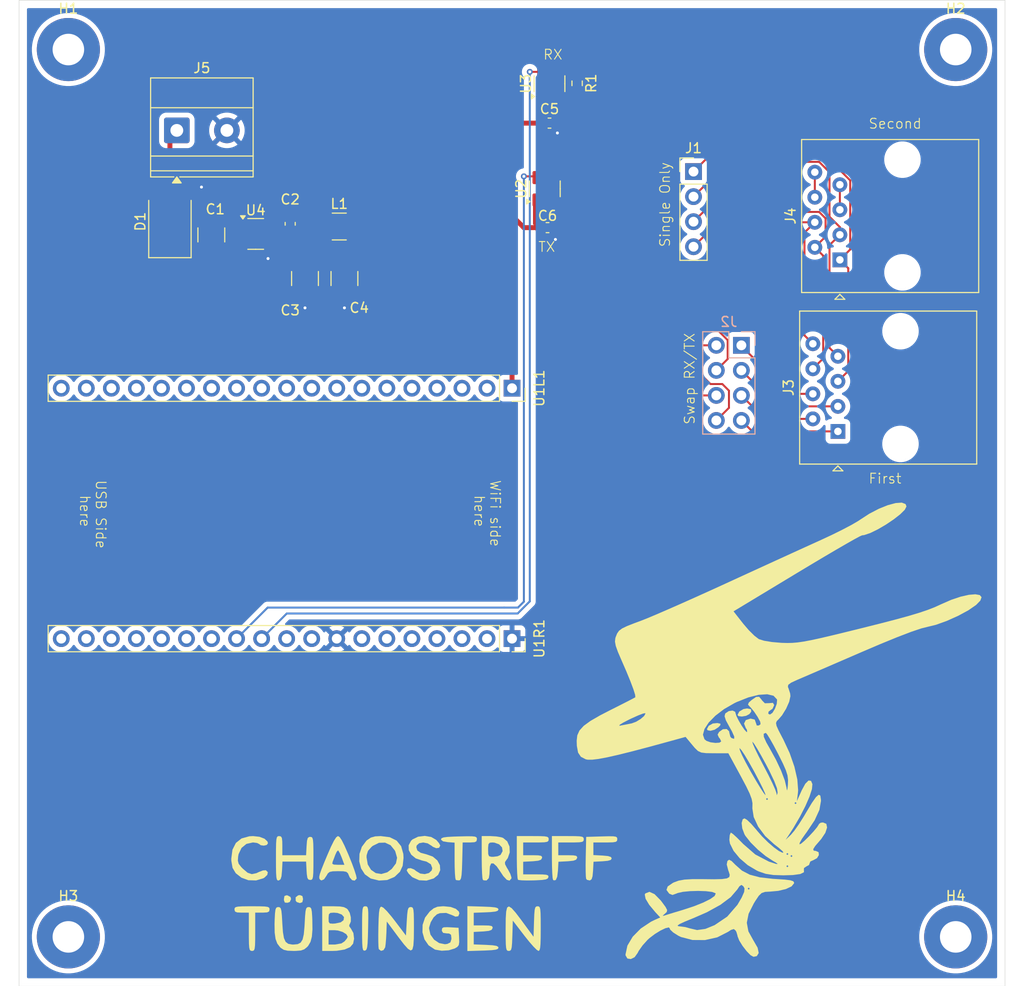
<source format=kicad_pcb>
(kicad_pcb
	(version 20241229)
	(generator "pcbnew")
	(generator_version "9.0")
	(general
		(thickness 1.6)
		(legacy_teardrops no)
	)
	(paper "A4")
	(title_block
		(title "Mikrocontroller LVDS Platine")
		(date "2025-10-20")
		(rev "1")
		(company "Chaostreff Tuebingen e.V.")
	)
	(layers
		(0 "F.Cu" signal)
		(2 "B.Cu" signal)
		(9 "F.Adhes" user "F.Adhesive")
		(11 "B.Adhes" user "B.Adhesive")
		(13 "F.Paste" user)
		(15 "B.Paste" user)
		(5 "F.SilkS" user "F.Silkscreen")
		(7 "B.SilkS" user "B.Silkscreen")
		(1 "F.Mask" user)
		(3 "B.Mask" user)
		(17 "Dwgs.User" user "User.Drawings")
		(19 "Cmts.User" user "User.Comments")
		(21 "Eco1.User" user "User.Eco1")
		(23 "Eco2.User" user "User.Eco2")
		(25 "Edge.Cuts" user)
		(27 "Margin" user)
		(31 "F.CrtYd" user "F.Courtyard")
		(29 "B.CrtYd" user "B.Courtyard")
		(35 "F.Fab" user)
		(33 "B.Fab" user)
		(39 "User.1" user)
		(41 "User.2" user)
		(43 "User.3" user)
		(45 "User.4" user)
	)
	(setup
		(stackup
			(layer "F.SilkS"
				(type "Top Silk Screen")
			)
			(layer "F.Paste"
				(type "Top Solder Paste")
			)
			(layer "F.Mask"
				(type "Top Solder Mask")
				(thickness 0.01)
			)
			(layer "F.Cu"
				(type "copper")
				(thickness 0.035)
			)
			(layer "dielectric 1"
				(type "core")
				(thickness 1.51)
				(material "FR4")
				(epsilon_r 4.5)
				(loss_tangent 0.02)
			)
			(layer "B.Cu"
				(type "copper")
				(thickness 0.035)
			)
			(layer "B.Mask"
				(type "Bottom Solder Mask")
				(thickness 0.01)
			)
			(layer "B.Paste"
				(type "Bottom Solder Paste")
			)
			(layer "B.SilkS"
				(type "Bottom Silk Screen")
			)
			(copper_finish "None")
			(dielectric_constraints no)
		)
		(pad_to_mask_clearance 0)
		(allow_soldermask_bridges_in_footprints no)
		(tenting front back)
		(pcbplotparams
			(layerselection 0x00000000_00000000_55555555_5755f5ff)
			(plot_on_all_layers_selection 0x00000000_00000000_00000000_00000000)
			(disableapertmacros no)
			(usegerberextensions no)
			(usegerberattributes yes)
			(usegerberadvancedattributes yes)
			(creategerberjobfile yes)
			(dashed_line_dash_ratio 12.000000)
			(dashed_line_gap_ratio 3.000000)
			(svgprecision 4)
			(plotframeref no)
			(mode 1)
			(useauxorigin no)
			(hpglpennumber 1)
			(hpglpenspeed 20)
			(hpglpendiameter 15.000000)
			(pdf_front_fp_property_popups yes)
			(pdf_back_fp_property_popups yes)
			(pdf_metadata yes)
			(pdf_single_document no)
			(dxfpolygonmode yes)
			(dxfimperialunits yes)
			(dxfusepcbnewfont yes)
			(psnegative no)
			(psa4output no)
			(plot_black_and_white yes)
			(sketchpadsonfab no)
			(plotpadnumbers no)
			(hidednponfab no)
			(sketchdnponfab yes)
			(crossoutdnponfab yes)
			(subtractmaskfromsilk no)
			(outputformat 1)
			(mirror no)
			(drillshape 1)
			(scaleselection 1)
			(outputdirectory "")
		)
	)
	(net 0 "")
	(net 1 "GND")
	(net 2 "+12V")
	(net 3 "Net-(U4-SW)")
	(net 4 "+3.3V")
	(net 5 "Net-(J1-Pin_3)")
	(net 6 "Net-(J1-Pin_4)")
	(net 7 "Net-(J1-Pin_2)")
	(net 8 "Net-(J1-Pin_1)")
	(net 9 "unconnected-(U1L1-Pin_9-Pad9)")
	(net 10 "unconnected-(U1L1-Pin_4-Pad4)")
	(net 11 "unconnected-(U1L1-Pin_3-Pad3)")
	(net 12 "unconnected-(U1L1-Pin_19-Pad19)")
	(net 13 "unconnected-(U1L1-Pin_13-Pad13)")
	(net 14 "unconnected-(U1L1-Pin_6-Pad6)")
	(net 15 "unconnected-(U1L1-Pin_11-Pad11)")
	(net 16 "unconnected-(U1L1-Pin_15-Pad15)")
	(net 17 "unconnected-(U1L1-Pin_5-Pad5)")
	(net 18 "unconnected-(U1L1-Pin_7-Pad7)")
	(net 19 "unconnected-(U1L1-Pin_10-Pad10)")
	(net 20 "unconnected-(U1L1-Pin_12-Pad12)")
	(net 21 "unconnected-(U1L1-Pin_17-Pad17)")
	(net 22 "unconnected-(U1L1-Pin_18-Pad18)")
	(net 23 "unconnected-(U1L1-Pin_16-Pad16)")
	(net 24 "unconnected-(U1L1-Pin_8-Pad8)")
	(net 25 "unconnected-(U1L1-Pin_14-Pad14)")
	(net 26 "unconnected-(U1L1-Pin_2-Pad2)")
	(net 27 "unconnected-(U1R1-Pin_18-Pad18)")
	(net 28 "unconnected-(U1R1-Pin_13-Pad13)")
	(net 29 "unconnected-(U1R1-Pin_5-Pad5)")
	(net 30 "/UART_RX")
	(net 31 "unconnected-(U1R1-Pin_15-Pad15)")
	(net 32 "/UART_TX")
	(net 33 "unconnected-(U1R1-Pin_9-Pad9)")
	(net 34 "unconnected-(U1R1-Pin_6-Pad6)")
	(net 35 "unconnected-(U1R1-Pin_16-Pad16)")
	(net 36 "unconnected-(U1R1-Pin_19-Pad19)")
	(net 37 "unconnected-(U1R1-Pin_7-Pad7)")
	(net 38 "unconnected-(U1R1-Pin_14-Pad14)")
	(net 39 "unconnected-(U1R1-Pin_3-Pad3)")
	(net 40 "unconnected-(U1R1-Pin_17-Pad17)")
	(net 41 "unconnected-(U1R1-Pin_4-Pad4)")
	(net 42 "unconnected-(U1R1-Pin_2-Pad2)")
	(net 43 "unconnected-(U1R1-Pin_10-Pad10)")
	(net 44 "Net-(U4-BST)")
	(net 45 "Net-(J4-Pad5)")
	(net 46 "Net-(J4-Pad6)")
	(net 47 "+12V_EXT")
	(net 48 "Net-(J2-Pin_6)")
	(net 49 "Net-(J2-Pin_3)")
	(net 50 "Net-(J2-Pin_7)")
	(net 51 "Net-(J2-Pin_1)")
	(net 52 "Net-(J2-Pin_5)")
	(net 53 "Net-(J2-Pin_4)")
	(net 54 "Net-(J2-Pin_2)")
	(net 55 "Net-(J2-Pin_8)")
	(net 56 "unconnected-(H1-Pad1)")
	(net 57 "unconnected-(H2-Pad1)")
	(net 58 "unconnected-(H3-Pad1)")
	(net 59 "unconnected-(H4-Pad1)")
	(footprint "Capacitor_SMD:C_1210_3225Metric" (layer "F.Cu") (at 57.875 41.35))
	(footprint "Capacitor_SMD:C_0603_1608Metric" (layer "F.Cu") (at 79 41.4625))
	(footprint "Package_TO_SOT_SMD:SOT-23-5" (layer "F.Cu") (at 78.725 37.525 90))
	(footprint "Connector_PinSocket_2.54mm:PinSocket_1x19_P2.54mm_Vertical" (layer "F.Cu") (at 75.4 83.15 -90))
	(footprint "Capacitor_SMD:C_0603_1608Metric" (layer "F.Cu") (at 52.9 41.075 90))
	(footprint "TerminalBlock_Phoenix:TerminalBlock_Phoenix_MKDS-1,5-2-5.08_1x02_P5.08mm_Horizontal" (layer "F.Cu") (at 41.4 31.6))
	(footprint "Resistor_SMD:R_0603_1608Metric" (layer "F.Cu") (at 82 26.825 -90))
	(footprint "Connector_PinSocket_2.54mm:PinSocket_1x19_P2.54mm_Vertical" (layer "F.Cu") (at 75.4 57.75 -90))
	(footprint "Capacitor_SMD:C_0603_1608Metric" (layer "F.Cu") (at 79.2 30.8625))
	(footprint "MountingHole:MountingHole_3.2mm_M3_Pad" (layer "F.Cu") (at 30.4 113.4))
	(footprint "Diode_SMD:D_SMB" (layer "F.Cu") (at 40.7 40.85 90))
	(footprint "MountingHole:MountingHole_3.2mm_M3_Pad" (layer "F.Cu") (at 30.4 23.4))
	(footprint "Connector_RJ:RJ45_Amphenol_54602-x08_Horizontal" (layer "F.Cu") (at 108.45 62.13 90))
	(footprint "Package_TO_SOT_SMD:SOT-23-5" (layer "F.Cu") (at 79.2 26.8625 90))
	(footprint "MountingHole:MountingHole_3.2mm_M3_Pad" (layer "F.Cu") (at 120.4 113.4))
	(footprint "MountingHole:MountingHole_3.2mm_M3_Pad" (layer "F.Cu") (at 120.4 23.4))
	(footprint "Package_TO_SOT_SMD:TSOT-23-6" (layer "F.Cu") (at 49.4 42.1))
	(footprint "Capacitor_SMD:C_1210_3225Metric" (layer "F.Cu") (at 44.9 42.2 90))
	(footprint "Library:Logo_Chaostreff" (layer "F.Cu") (at 102.5 92.5))
	(footprint "Capacitor_SMD:C_1210_3225Metric" (layer "F.Cu") (at 54.4 46.625 -90))
	(footprint "Connector_PinHeader_2.54mm:PinHeader_1x04_P2.54mm_Vertical" (layer "F.Cu") (at 93.80683 35.78))
	(footprint "Capacitor_SMD:C_1210_3225Metric" (layer "F.Cu") (at 58.4 46.625 -90))
	(footprint "Connector_RJ:RJ45_Amphenol_54602-x08_Horizontal" (layer "F.Cu") (at 108.65 44.73 90))
	(footprint "Library:Logo_Chaostreff_Text" (layer "F.Cu") (at 66.5 109))
	(footprint "Connector_PinHeader_2.54mm:PinHeader_2x04_P2.54mm_Vertical" (layer "B.Cu") (at 98.66 53.4 180))
	(gr_rect
		(start 25.4 18.4)
		(end 125.4 118.4)
		(stroke
			(width 0.05)
			(type default)
		)
		(fill no)
		(layer "Edge.Cuts")
		(uuid "52c311d7-b073-4a57-9915-0ffb06ac0ec5")
	)
	(gr_text "Swap RX/TX"
		(at 94 61.5 90)
		(layer "F.SilkS")
		(uuid "0db9d16b-9a01-46b6-a586-7dc3801acb40")
		(effects
			(font
				(size 1 1)
				(thickness 0.1)
			)
			(justify left bottom)
		)
	)
	(gr_text "Second"
		(at 111.5 31.5 0)
		(layer "F.SilkS")
		(uuid "2963b2e7-cd96-4ba7-93dc-c1d485abf5fb")
		(effects
			(font
				(size 1 1)
				(thickness 0.1)
			)
			(justify left bottom)
		)
	)
	(gr_text "Single Only"
		(at 91.5 43.5 90)
		(layer "F.SilkS")
		(uuid "6e738f8a-8802-469e-9ed0-b2befd9c57b7")
		(effects
			(font
				(size 1 1)
				(thickness 0.1)
			)
			(justify left bottom)
		)
	)
	(gr_text "USB Side\n  here"
		(at 31.5 67 270)
		(layer "F.SilkS")
		(uuid "9afd4081-f3ea-419b-b8e5-691d630adf02")
		(effects
			(font
				(size 1 1)
				(thickness 0.1)
			)
			(justify left bottom)
		)
	)
	(gr_text "RX"
		(at 78.5 24.5 0)
		(layer "F.SilkS")
		(uuid "eb1256bb-8556-4dbd-bb13-970ecabeb0ea")
		(effects
			(font
				(size 1 1)
				(thickness 0.1)
			)
			(justify left bottom)
		)
	)
	(gr_text "First"
		(at 111.5 67.5 0)
		(layer "F.SilkS")
		(uuid "ecf16674-8a93-4ad7-86c9-6e6da918b735")
		(effects
			(font
				(size 1 1)
				(thickness 0.1)
			)
			(justify left bottom)
		)
	)
	(gr_text "TX"
		(at 78 44 0)
		(layer "F.SilkS")
		(uuid "f1dfa0f7-0277-4b38-aece-0ef036afd068")
		(effects
			(font
				(size 1 1)
				(thickness 0.1)
			)
			(justify left bottom)
		)
	)
	(gr_text "WiFi side\n  here"
		(at 71.5 67 270)
		(layer "F.SilkS")
		(uuid "fcbe22b0-311d-4936-a3cd-5c5dfe4459fc")
		(effects
			(font
				(size 1 1)
				(thickness 0.1)
			)
			(justify left bottom)
		)
	)
	(segment
		(start 79.2 30.0875)
		(end 79.975 30.8625)
		(width 0.5)
		(layer "F.Cu")
		(net 1)
		(uuid "1226a2db-1ab6-408a-bb51-8499990a7cb9")
	)
	(segment
		(start 46.48 31.6)
		(end 43.9 34.18)
		(width 0.5)
		(layer "F.Cu")
		(net 1)
		(uuid "2fb59e96-35a1-45c6-b12d-314a38048a96")
	)
	(segment
		(start 50.5375 43.05)
		(end 50.5375 44.4875)
		(width 0.5)
		(layer "F.Cu")
		(net 1)
		(uuid "33d6844b-41a7-4de4-a3d5-80e226c6fa34")
	)
	(segment
		(start 50.5375 44.4875)
		(end 50.65 44.6)
		(width 0.5)
		(layer "F.Cu")
		(net 1)
		(uuid "612fac3e-83a0-4f6e-b4b2-b8cff0fdcb60")
	)
	(segment
		(start 43.9 37.35)
		(end 43.9 39.725)
		(width 0.5)
		(layer "F.Cu")
		(net 1)
		(uuid "648883c5-161e-4282-b517-23877d0cdc8e")
	)
	(segment
		(start 78.725 40.4125)
		(end 78.725 38.6625)
		(width 0.5)
		(layer "F.Cu")
		(net 1)
		(uuid "6fb770e2-09af-41c0-b9ef-ebe6ee1fb55d")
	)
	(segment
		(start 79.8 41.4875)
		(end 79.775 41.4625)
		(width 0.5)
		(layer "F.Cu")
		(net 1)
		(uuid "71e585fb-200c-423d-9c98-6e1c812b47d0")
	)
	(segment
		(start 80 30.8875)
		(end 79.975 30.8625)
		(width 0.5)
		(layer "F.Cu")
		(net 1)
		(uuid "841c4180-025e-4e0d-91c1-7aff8972a1ac")
	)
	(segment
		(start 58.4 48.1)
		(end 58.4 49.6)
		(width 0.5)
		(layer "F.Cu")
		(net 1)
		(uuid "89a8d98b-2be8-42a5-a60c-c5f1e57e3841")
	)
	(segment
		(start 80 31.8625)
		(end 80 30.8875)
		(width 0.5)
		(layer "F.Cu")
		(net 1)
		(uuid "993883ad-ea37-4318-af6b-35042bb6fd37")
	)
	(segment
		(start 79.775 41.4625)
		(end 78.725 40.4125)
		(width 0.5)
		(layer "F.Cu")
		(net 1)
		(uuid "9be192b9-cfeb-4dc9-a384-96f57865cc69")
	)
	(segment
		(start 43.9 34.18)
		(end 43.9 37.35)
		(width 0.5)
		(layer "F.Cu")
		(net 1)
		(uuid "b26e1b9d-b82a-4279-9e80-4f4b7fefc7b2")
	)
	(segment
		(start 54.4 48.1)
		(end 54.4 49.6)
		(width 0.5)
		(layer "F.Cu")
		(net 1)
		(uuid "c13de2c4-b90e-4dcf-a50f-0010952a1bac")
	)
	(segment
		(start 79.2 28)
		(end 79.2 30.0875)
		(width 0.5)
		(layer "F.Cu")
		(net 1)
		(uuid "c3323d65-11fa-47d0-926e-bdb770048113")
	)
	(segment
		(start 79.8 42.6625)
		(end 79.8 41.4875)
		(width 0.5)
		(layer "F.Cu")
		(net 1)
		(uuid "c4e6d91b-ac0a-4cb9-9434-f3a7263846b0")
	)
	(segment
		(start 43.9 39.725)
		(end 44.9 40.725)
		(width 0.5)
		(layer "F.Cu")
		(net 1)
		(uuid "e2099843-1008-497e-a699-93fa4c515b86")
	)
	(via
		(at 43.9 37.35)
		(size 0.6)
		(drill 0.3)
		(layers "F.Cu" "B.Cu")
		(net 1)
		(uuid "103d210f-68a3-438b-b6af-e4fded3a1197")
	)
	(via
		(at 79.8 42.6625)
		(size 0.6)
		(drill 0.3)
		(layers "F.Cu" "B.Cu")
		(free yes)
		(net 1)
		(uuid "69ceb8db-b475-499e-963c-8b2a51a9e4a2")
	)
	(via
		(at 80 31.8625)
		(size 0.6)
		(drill 0.3)
		(layers "F.Cu" "B.Cu")
		(free yes)
		(net 1)
		(uuid "7543e3be-1325-4d5f-b617-069c67c1c09d")
	)
	(via
		(at 50.65 44.6)
		(size 0.6)
		(drill 0.3)
		(layers "F.Cu" "B.Cu")
		(free yes)
		(net 1)
		(uuid "8284349d-e00c-4835-b906-241c4e63484e")
	)
	(via
		(at 54.4 49.6)
		(size 0.6)
		(drill 0.3)
		(layers "F.Cu" "B.Cu")
		(free yes)
		(net 1)
		(uuid "d806c2ad-7943-4e9c-a6a6-5f0808eb6890")
	)
	(via
		(at 58.4 49.6)
		(size 0.6)
		(drill 0.3)
		(layers "F.Cu" "B.Cu")
		(free yes)
		(net 1)
		(uuid "fad42152-3701-48f1-a4c7-22c3514d9b5d")
	)
	(segment
		(start 44.9 43.675)
		(end 47.6375 43.675)
		(width 0.5)
		(layer "F.Cu")
		(net 2)
		(uuid "2496b0ce-9495-442b-aa7e-e5a2fec47a58")
	)
	(segment
		(start 47.6375 43.675)
		(end 48.2625 43.05)
		(width 0.5)
		(layer "F.Cu")
		(net 2)
		(uuid "52a275b7-9ded-4783-ae16-00a141ccdd70")
	)
	(segment
		(start 44.9 43.675)
		(end 41.375 43.675)
		(width 0.5)
		(layer "F.Cu")
		(net 2)
		(uuid "a52d0320-37a0-4b81-a060-e164627983f5")
	)
	(segment
		(start 41.375 43.675)
		(end 40.7 43)
		(width 0.5)
		(layer "F.Cu")
		(net 2)
		(uuid "c6713f1b-86a5-49a2-9694-8dea92b63759")
	)
	(segment
		(start 48.2625 43.05)
		(end 48.2625 42.1)
		(width 0.5)
		(layer "F.Cu")
		(net 2)
		(uuid "f9d81d93-c8a2-4e79-9fc4-2410dc47c593")
	)
	(segment
		(start 50.5375 42.1)
		(end 52.65 42.1)
		(width 0.5)
		(layer "F.Cu")
		(net 3)
		(uuid "9446f4f4-ed85-4cc7-90dc-95c5e4128576")
	)
	(segment
		(start 55.9 41.85)
		(end 56.4 41.35)
		(width 0.5)
		(layer "F.Cu")
		(net 3)
		(uuid "ab42f9c5-3d65-4044-a07e-c04d608d8829")
	)
	(segment
		(start 52.9 41.85)
		(end 55.9 41.85)
		(width 0.5)
		(layer "F.Cu")
		(net 3)
		(uuid "b76acb7a-b19c-4f2c-b995-0675c899143a")
	)
	(segment
		(start 52.65 42.1)
		(end 52.9 41.85)
		(width 0.5)
		(layer "F.Cu")
		(net 3)
		(uuid "ff224666-0e71-4075-827f-c875d1a5afe0")
	)
	(segment
		(start 72.1875 39.6125)
		(end 73.8 38)
		(width 0.5)
		(layer "F.Cu")
		(net 4)
		(uuid "0c0f03b8-be61-4f66-ab01-c1d3ac93fece")
	)
	(segment
		(start 75.4 52.85)
		(end 75.4 57.75)
		(width 0.5)
		(layer "F.Cu")
		(net 4)
		(uuid "0ea7928c-07b6-4333-867e-56464c4034e1")
	)
	(segment
		(start 67.3 44.55)
		(end 75.5 52.75)
		(width 0.5)
		(layer "F.Cu")
		(net 4)
		(uuid "1086b8f3-3c1e-460f-8749-98de90377789")
	)
	(segment
		(start 59.4 44.15)
		(end 58.4 45.15)
		(width 0.5)
		(layer "F.Cu")
		(net 4)
		(uuid "1c0d745d-7ab1-4323-b346-e8820e7a42d4")
	)
	(segment
		(start 52.6 45.15)
		(end 54.4 45.15)
		(width 0.5)
		(layer "F.Cu")
		(net 4)
		(uuid "1f086bbe-c30a-4a38-8dc1-a34ea6e1a36b")
	)
	(segment
		(start 59.35 43.8)
		(end 59.35 41.35)
		(width 0.5)
		(layer "F.Cu")
		(net 4)
		(uuid "2ce57434-f56d-4310-a72a-1b532a4f8ebf")
	)
	(segment
		(start 51.65 46.1)
		(end 52.6 45.15)
		(width 0.5)
		(layer "F.Cu")
		(net 4)
		(uuid "2d04d2a9-8c5a-4eba-bdd9-27fdf7303a74")
	)
	(segment
		(start 59.4 43.85)
		(end 59.4 44.15)
		(width 0.5)
		(layer "F.Cu")
		(net 4)
		(uuid "3b5bd822-11c5-4802-970e-159f9eb70f50")
	)
	(segment
		(start 49.424 41.649001)
		(end 49.424 45.124)
		(width 0.5)
		(layer "F.Cu")
		(net 4)
		(uuid "3f4e40ac-94d4-4e31-a19a-f5dbed456b22")
	)
	(segment
		(start 62.25 44.55)
		(end 62.1 44.7)
		(width 0.5)
		(layer "F.Cu")
		(net 4)
		(uuid "416b4271-9322-467b-94da-03236fe917d7")
	)
	(segment
		(start 73.8 38)
		(end 73.8 31.8625)
		(width 0.5)
		(layer "F.Cu")
		(net 4)
		(uuid "5de07798-e26b-4c42-a694-7205ecd464e4")
	)
	(segment
		(start 61.65 45.15)
		(end 62.1 44.7)
		(width 0.5)
		(layer "F.Cu")
		(net 4)
		(uuid "677da3ae-4f0c-41ac-a009-273bb2fba759")
	)
	(segment
		(start 59.35 43.8)
		(end 59.4 43.85)
		(width 0.5)
		(layer "F.Cu")
		(net 4)
		(uuid "695ab3d3-2e7b-4771-9cc6-b24e3862f2b9")
	)
	(segment
		(start 49.424 45.124)
		(end 50.4 46.1)
		(width 0.5)
		(layer "F.Cu")
		(net 4)
		(uuid "80054dea-c884-4f12-b4e4-8793118803db")
	)
	(segment
		(start 67.3 44.55)
		(end 62.25 44.55)
		(width 0.5)
		(layer "F.Cu")
		(net 4)
		(uuid "8588693b-70bf-452d-962c-320d2e8ae808")
	)
	(segment
		(start 78.25 28)
		(end 78.25 30.6875)
		(width 0.5)
		(layer "F.Cu")
		(net 4)
		(uuid "860b04c1-abbe-462d-b831-b2c76da0147e")
	)
	(segment
		(start 72.1875 39.6625)
		(end 74.8 39.6625)
		(width 0.5)
		(layer "F.Cu")
		(net 4)
		(uuid "86eaa89c-77c2-484b-8742-ac806619e401")
	)
	(segment
		(start 78.225 41.4625)
		(end 77.775 41.0125)
		(width 0.5)
		(layer "F.Cu")
		(net 4)
		(uuid "9006f0cf-9c5d-4952-b7d1-69781b2548e6")
	)
	(segment
		(start 67.3 44.55)
		(end 72.1875 39.6625)
		(width 0.5)
		(layer "F.Cu")
		(net 4)
		(uuid "9ef946ed-dcca-4bee-a432-a4597cc19ebf")
	)
	(segment
		(start 72.1875 39.6625)
		(end 72.1875 39.6125)
		(width 0.5)
		(layer "F.Cu")
		(net 4)
		(uuid "a0deaa40-234e-417b-bee1-a254813ec8a4")
	)
	(segment
		(start 48.924999 41.15)
		(end 49.424 41.649001)
		(width 0.5)
		(layer "F.Cu")
		(net 4)
		(uuid "b74f3b2e-9e98-44d3-8223-98bc8907e2ee")
	)
	(segment
		(start 74.8 30.8625)
		(end 78.425 30.8625)
		(width 0.5)
		(layer "F.Cu")
		(net 4)
		(uuid "b935465a-5de9-44dd-9adf-3329181451a2")
	)
	(segment
		(start 54.4 45.15)
		(end 58.4 45.15)
		(width 0.5)
		(layer "F.Cu")
		(net 4)
		(uuid "ba98d293-2a9c-4b08-ad95-b533e94b8bd3")
	)
	(segment
		(start 78.25 30.6875)
		(end 78.425 30.8625)
		(width 0.5)
		(layer "F.Cu")
		(net 4)
		(uuid "c3e8a409-c3c8-4296-8c40-43e54d440859")
	)
	(segment
		(start 50.4 46.1)
		(end 51.65 46.1)
		(width 0.5)
		(layer "F.Cu")
		(net 4)
		(uuid "c424ae69-ad1c-481f-933d-21ad00874f67")
	)
	(segment
		(start 48.2625 41.15)
		(end 48.924999 41.15)
		(width 0.5)
		(layer "F.Cu")
		(net 4)
		(uuid "c54b379a-18ad-485b-b106-ec1676a027b2")
	)
	(segment
		(start 58.4 45.15)
		(end 61.65 45.15)
		(width 0.5)
		(layer "F.Cu")
		(net 4)
		(uuid "cfe01540-b602-45a6-a50e-06df955bbc07")
	)
	(segment
		(start 75.5 52.75)
		(end 75.4 52.85)
		(width 0.5)
		(layer "F.Cu")
		(net 4)
		(uuid "da307474-b063-4d81-aff3-64f99c73cb48")
	)
	(segment
		(start 74.8 39.6625)
		(end 76.6 41.4625)
		(width 0.5)
		(layer "F.Cu")
		(net 4)
		(uuid "dfce569e-05a8-4ece-ac0c-bd528083aef7")
	)
	(segment
		(start 76.6 41.4625)
		(end 78.225 41.4625)
		(width 0.5)
		(layer "F.Cu")
		(net 4)
		(uuid "e495156f-6598-417f-8acd-14d8446a2321")
	)
	(segment
		(start 73.8 31.8625)
		(end 74.8 30.8625)
		(width 0.5)
		(layer "F.Cu")
		(net 4)
		(uuid "edfc57b9-8da3-4053-ba0d-f59b271a1823")
	)
	(segment
		(start 77.775 41.0125)
		(end 77.775 38.6625)
		(width 0.5)
		(layer "F.Cu")
		(net 4)
		(uuid "fbb70d33-6864-4eaf-b39c-5557f02866c6")
	)
	(segment
		(start 106.961 44.311)
		(end 106.961 54.729)
		(width 0.2)
		(layer "F.Cu")
		(net 5)
		(uuid "1c2731fd-b007-4b33-8b88-c74489386baf")
	)
	(segment
		(start 107.2 42.37)
		(end 106.11 43.46)
		(width 0.2)
		(layer "F.Cu")
		(net 5)
		(uuid "2774d5ec-4045-4896-9f0a-f5819bf7e0db")
	)
	(segment
		(start 93.80683 40.86)
		(end 94.79783 39.869)
		(width 0.2)
		(layer "F.Cu")
		(net 5)
		(uuid "2e90bc53-f036-4e98-96c4-5bcf631aedbb")
	)
	(segment
		(start 106.961 54.729)
		(end 105.91 55.78)
		(width 0.2)
		(layer "F.Cu")
		(net 5)
		(uuid "3968477a-aa20-433a-bed4-d09edbb556fc")
	)
	(segment
		(start 107.2 40.523661)
		(end 107.2 42.37)
		(width 0.2)
		(layer "F.Cu")
		(net 5)
		(uuid "7e44b1a8-8852-4ed6-85a3-30b3bdb27dbd")
	)
	(segment
		(start 94.79783 39.869)
		(end 106.545339 39.869)
		(width 0.2)
		(layer "F.Cu")
		(net 5)
		(uuid "a0b971c6-ae18-452f-82b6-c3d900f68e71")
	)
	(segment
		(start 106.545339 39.869)
		(end 107.2 40.523661)
		(width 0.2)
		(layer "F.Cu")
		(net 5)
		(uuid "def56001-3f43-4819-8be0-ebc4634c1c64")
	)
	(segment
		(start 106.11 43.46)
		(end 106.961 44.311)
		(width 0.2)
		(layer "F.Cu")
		(net 5)
		(uuid "e4dcb8ae-096c-4abb-a5d4-6357d02b7694")
	)
	(segment
		(start 103.91062 40.92)
		(end 106.11 40.92)
		(width 0.2)
		(layer "F.Cu")
		(net 6)
		(uuid "0f45b6fa-b7f1-4cf1-b990-4453a6ea16d9")
	)
	(segment
		(start 100.655451 40.452345)
		(end 100.787797 40.452345)
		(width 0.2)
		(layer "F.Cu")
		(net 6)
		(uuid "15418707-dc69-45f9-be17-4f1aa5c9510f")
	)
	(segment
		(start 93.80683 43.4)
		(end 96.28683 40.92)
		(width 0.2)
		(layer "F.Cu")
		(net 6)
		(uuid "1dce0df2-6437-4c59-88dc-1c771dbf1d05")
	)
	(segment
		(start 96.28683 40.92)
		(end 98.981624 40.92)
		(width 0.2)
		(layer "F.Cu")
		(net 6)
		(uuid "2a73a100-bc5f-4de7-9b6e-8a7b6dac7436")
	)
	(segment
		(start 101.621624 41.500336)
		(end 101.621624 41.16)
		(width 0.2)
		(layer "F.Cu")
		(net 6)
		(uuid "3d9a921d-29cb-4144-8a77-22173f261f2b")
	)
	(segment
		(start 105.059 41.971)
		(end 106.11 40.92)
		(width 0.2)
		(layer "F.Cu")
		(net 6)
		(uuid "3f963b31-4dda-482c-bf06-62949690205d")
	)
	(segment
		(start 101.021624 40.92)
		(end 101.021624 41.16)
		(width 0.2)
		(layer "F.Cu")
		(net 6)
		(uuid "4350aa62-4dde-4699-90ec-0616ae9aa8fc")
	)
	(segment
		(start 100.061624 41.740312)
		(end 100.181624 41.740312)
		(width 0.2)
		(layer "F.Cu")
		(net 6)
		(uuid "46577f7a-f29f-4c57-97e0-218bc0080c6b")
	)
	(segment
		(start 105.059 49.828952)
		(end 105.059 45.917901)
		(width 0.2)
		(layer "F.Cu")
		(net 6)
		(uuid "495d1e95-49fe-4787-a6fb-a6ff0eaf485e")
	)
	(segment
		(start 105.059 45.917901)
		(end 105.059 43.274816)
		(width 0.2)
		(layer "F.Cu")
		(net 6)
		(uuid "4bf50434-f2e9-478b-91ae-b7d18be60e9c")
	)
	(segment
		(start 99.447326 40.454298)
		(end 99.588773 40.454298)
		(width 0.2)
		(layer "F.Cu")
		(net 6)
		(uuid "51f716d5-0973-48a0-b5df-48dd02259fc9")
	)
	(segment
		(start 101.261624 41.740336)
		(end 101.381624 41.740336)
		(width 0.2)
		(layer "F.Cu")
		(net 6)
		(uuid "5280ab5f-a2e6-4d1f-a3cf-59705a22661c")
	)
	(segment
		(start 100.421624 40.92)
		(end 100.421624 40.686172)
		(width 0.2)
		(layer "F.Cu")
		(net 6)
		(uuid "5662208f-4fd4-49d3-9770-697fcdf24aea")
	)
	(segment
		(start 100.421624 41.500312)
		(end 100.421624 40.92)
		(width 0.2)
		(layer "F.Cu")
		(net 6)
		(uuid "5689f962-f541-42fc-9c85-5d66ef85561a")
	)
	(segment
		(start 101.021624 40.686172)
		(end 101.021624 40.92)
		(width 0.2)
		(layer "F.Cu")
		(net 6)
		(uuid "5f85d299-0c4e-4515-9c11-c6b56ffd4354")
	)
	(segment
		(start 101.021624 41.16)
		(end 101.021624 41.500336)
		(width 0.2)
		(layer "F.Cu")
		(net 6)
		(uuid "741b41b9-8dd6-43a3-9797-3c164db74926")
	)
	(segment
		(start 101.861624 40.92)
		(end 101.981624 40.92)
		(width 0.2)
		(layer "F.Cu")
		(net 6)
		(uuid "7c60a9e4-0ce4-4098-a79f-f9a0746a3088")
	)
	(segment
		(start 105.059 52.389)
		(end 105.059 49.828952)
		(width 0.2)
		(layer "F.Cu")
		(net 6)
		(uuid "a0e6db1a-ba7b-40d9-9621-d066c5d8587f")
	)
	(segment
		(start 99.821624 40.687149)
		(end 99.821624 40.92)
		(width 0.2)
		(layer "F.Cu")
		(net 6)
		(uuid "a809c527-b92c-49ee-825c-0ad891ab53b3")
	)
	(segment
		(start 105.059 43.274816)
		(end 105.059 41.971)
		(width 0.2)
		(layer "F.Cu")
		(net 6)
		(uuid "ab2fb404-2893-446a-96f4-33348693e5b9")
	)
	(segment
		(start 105.91 53.24)
		(end 105.059 52.389)
		(width 0.2)
		(layer "F.Cu")
		(net 6)
		(uuid "b1b3f119-8ec6-4fbb-b5bc-2ca8a5bd2def")
	)
	(segment
		(start 101.981624 40.92)
		(end 103.91062 40.92)
		(width 0.2)
		(layer "F.Cu")
		(net 6)
		(uuid "e90259ea-ac67-4b69-bc4a-5486801da5a9")
	)
	(segment
		(start 99.821624 40.92)
		(end 99.821624 41.500312)
		(width 0.2)
		(layer "F.Cu")
		(net 6)
		(uuid "ea7ea8de-cd46-4537-b45c-20eabc85d7e1")
	)
	(arc
		(start 101.021624 41.500336)
		(mid 101.091918 41.670042)
		(end 101.261624 41.740336)
		(width 0.2)
		(layer "F.Cu")
		(net 6)
		(uuid "0d48cfef-c38f-45e2-a618-3be2cd76c464")
	)
	(arc
		(start 100.181624 41.740312)
		(mid 100.35133 41.670018)
		(end 100.421624 41.500312)
		(width 0.2)
		(layer "F.Cu")
		(net 6)
		(uuid "228e47da-1844-4372-b915-741b84c256f4")
	)
	(arc
		(start 100.421624 40.686172)
		(mid 100.49011 40.520831)
		(end 100.655451 40.452345)
		(width 0.2)
		(layer "F.Cu")
		(net 6)
		(uuid "36ce3535-de32-4616-b424-af0281728560")
	)
	(arc
		(start 101.621624 41.16)
		(mid 101.691918 40.990294)
		(end 101.861624 40.92)
		(width 0.2)
		(layer "F.Cu")
		(net 6)
		(uuid "3af76115-a6ab-4e63-9570-57761faf14d5")
	)
	(arc
		(start 99.588773 40.454298)
		(mid 99.753424 40.522498)
		(end 99.821624 40.687149)
		(width 0.2)
		(layer "F.Cu")
		(net 6)
		(uuid "4dabcd81-73a5-48a3-a2fa-b48af7a96c97")
	)
	(arc
		(start 99.821624 41.500312)
		(mid 99.891918 41.670018)
		(end 100.061624 41.740312)
		(width 0.2)
		(layer "F.Cu")
		(net 6)
		(uuid "53c36139-b1ed-40cc-9428-ee9881570b16")
	)
	(arc
		(start 101.381624 41.740336)
		(mid 101.55133 41.670042)
		(end 101.621624 41.500336)
		(width 0.2)
		(layer "F.Cu")
		(net 6)
		(uuid "8c6ff606-a3c9-4ec8-a339-44d493f787c8")
	)
	(arc
		(start 98.981624 40.92)
		(mid 99.146275 40.8518)
		(end 99.214475 40.687149)
		(width 0.2)
		(layer "F.Cu")
		(net 6)
		(uuid "925ca4ef-dfb6-437e-9b03-31be869b36a0")
	)
	(arc
		(start 100.787797 40.452345)
		(mid 100.953138 40.520831)
		(end 101.021624 40.686172)
		(width 0.2)
		(layer "F.Cu")
		(net 6)
		(uuid "cabdebe2-a6ed-4fef-8e19-6e3e87523fb1")
	)
	(arc
		(start 99.214475 40.687149)
		(mid 99.282675 40.522498)
		(end 99.447326 40.454298)
		(width 0.2)
		(layer "F.Cu")
		(net 6)
		(uuid "d6606ff3-e6a9-4092-953e-2f3f9d872365")
	)
	(segment
		(start 97.028217 35.098616)
		(end 97.113068 35.013763)
		(width 0.2)
		(layer "F.Cu")
		(net 7)
		(uuid "017e04ef-d4d0-4add-83fd-4124d5a45917")
	)
	(segment
		(start 96.603946 35.862291)
		(end 96.434241 35.692586)
		(width 0.2)
		(layer "F.Cu")
		(net 7)
		(uuid "0cb93409-d2b6-4969-a7ae-004bb24e8af3")
	)
	(segment
		(start 96.596304 35.006116)
		(end 96.688805 35.098617)
		(width 0.2)
		(layer "F.Cu")
		(net 7)
		(uuid "1eb055d1-a565-4369-863a-703dfe8f33dd")
	)
	(segment
		(start 106.545339 34.789)
		(end 107.599 35.842661)
		(width 0.2)
		(layer "F.Cu")
		(net 7)
		(uuid "2ea532be-09a6-42fa-b7e3-cc1707c47210")
	)
	(segment
		(start 97.33783 34.789)
		(end 97.98783 34.789)
		(width 0.2)
		(layer "F.Cu")
		(net 7)
		(uuid "30dd23c8-bed7-45b4-87e6-d4ebbc7b7b88")
	)
	(segment
		(start 108.65 41.406561)
		(end 108.65 42.19)
		(width 0.2)
		(layer "F.Cu")
		(net 7)
		(uuid "37bcda97-9ac1-460c-88ac-40430e1fe751")
	)
	(segment
		(start 96.179684 36.286557)
		(end 96.413596 36.520469)
		(width 0.2)
		(layer "F.Cu")
		(net 7)
		(uuid "3c799e72-282f-4699-b78a-9796c0d26a86")
	)
	(segment
		(start 107.599 40.355561)
		(end 108.65 41.406561)
		(width 0.2)
		(layer "F.Cu")
		(net 7)
		(uuid "46094e86-fc6c-4058-a7cc-7e8f35f138a0")
	)
	(segment
		(start 96.837859 36.096204)
		(end 96.603946 35.862291)
		(width 0.2)
		(layer "F.Cu")
		(net 7)
		(uuid "5208e664-b480-4c4c-910e-5ff74bec9089")
	)
	(segment
		(start 98.82783 35.359814)
		(end 98.82783 35.029)
		(width 0.2)
		(layer "F.Cu")
		(net 7)
		(uuid "73559cd3-baa1-49d4-b6fa-fa7327a4b3a8")
	)
	(segment
		(start 108.45 54.51)
		(end 107.599 53.659)
		(width 0.2)
		(layer "F.Cu")
		(net 7)
		(uuid "76747999-0f4c-4112-b907-edea44030d04")
	)
	(segment
		(start 98.22783 35.029)
		(end 98.22783 35.359814)
		(width 0.2)
		(layer "F.Cu")
		(net 7)
		(uuid "89416ae9-2016-45c4-b97c-d971c35aef8f")
	)
	(segment
		(start 107.599 53.659)
		(end 107.599 43.241)
		(width 0.2)
		(layer "F.Cu")
		(net 7)
		(uuid "93799301-9131-4d9e-acea-4ad0d823acdd")
	)
	(segment
		(start 96.434241 35.692586)
		(end 96.434243 35.692587)
		(width 0.2)
		(layer "F.Cu")
		(net 7)
		(uuid "9dd0392e-b8b7-4c61-9b37-bb19f6395851")
	)
	(segment
		(start 107.599 43.241)
		(end 108.65 42.19)
		(width 0.2)
		(layer "F.Cu")
		(net 7)
		(uuid "a30bfc71-a3af-4893-8e92-b3c4020eaa06")
	)
	(segment
		(start 99.06783 34.789)
		(end 99.18783 34.789)
		(width 0.2)
		(layer "F.Cu")
		(net 7)
		(uuid "a5effddb-b17e-482b-8d0f-5a948a2b84a9")
	)
	(segment
		(start 96.172038 35.09097)
		(end 96.256894 35.006115)
		(width 0.2)
		(layer "F.Cu")
		(net 7)
		(uuid "a9c9b7cf-9d32-4f20-9951-854118895c5c")
	)
	(segment
		(start 96.753007 36.520469)
		(end 96.837859 36.435616)
		(width 0.2)
		(layer "F.Cu")
		(net 7)
		(uuid "aa6ccc61-e4ec-40e3-a94f-a7266eb6234a")
	)
	(segment
		(start 107.599 35.842661)
		(end 107.599 40.355561)
		(width 0.2)
		(layer "F.Cu")
		(net 7)
		(uuid "b6e4877b-0d86-4c47-9dfe-f21a0e9fe965")
	)
	(segment
		(start 103.173168 34.789)
		(end 106.545339 34.789)
		(width 0.2)
		(layer "F.Cu")
		(net 7)
		(uuid "b95949e8-8d25-44d1-9f92-31665e51f7c0")
	)
	(segment
		(start 93.80683 38.32)
		(end 95.840273 36.286557)
		(width 0.2)
		(layer "F.Cu")
		(net 7)
		(uuid "c2824b3b-9952-41ac-8034-5ca370638613")
	)
	(segment
		(start 98.46783 35.599814)
		(end 98.58783 35.599814)
		(width 0.2)
		(layer "F.Cu")
		(net 7)
		(uuid "d32b8650-f1d5-4ecc-9d24-fb5d08163cbd")
	)
	(segment
		(start 99.18783 34.789)
		(end 103.173168 34.789)
		(width 0.2)
		(layer "F.Cu")
		(net 7)
		(uuid "d8ae81f6-7f4f-4584-83c2-50de99fc9168")
	)
	(segment
		(start 96.434243 35.692587)
		(end 96.264538 35.522882)
		(width 0.2)
		(layer "F.Cu")
		(net 7)
		(uuid "e1fa3842-de40-4263-b174-c5015f889e87")
	)
	(segment
		(start 97.113068 35.013763)
		(end 97.33783 34.789)
		(width 0.2)
		(layer "F.Cu")
		(net 7)
		(uuid "ebe79087-5ddc-4848-adbf-85e17b46b08e")
	)
	(segment
		(start 96.264538 35.522882)
		(end 96.172038 35.430382)
		(width 0.2)
		(layer "F.Cu")
		(net 7)
		(uuid "f142d773-f0f9-4350-ac22-4d35de5d6be0")
	)
	(arc
		(start 96.172038 35.430382)
		(mid 96.101744 35.260675)
		(end 96.172038 35.09097)
		(width 0.2)
		(layer "F.Cu")
		(net 7)
		(uuid "4630bad7-9f1e-41ae-9487-f577ad08a1c3")
	)
	(arc
		(start 96.688805 35.098617)
		(mid 96.85851 35.168912)
		(end 97.028217 35.098616)
		(width 0.2)
		(layer "F.Cu")
		(net 7)
		(uuid "4dee50d4-c576-4f0d-b75c-38cc96438923")
	)
	(arc
		(start 95.840273 36.286557)
		(mid 96.009978 36.216263)
		(end 96.179684 36.286557)
		(width 0.2)
		(layer "F.Cu")
		(net 7)
		(uuid "5a702bb1-7853-4657-acdb-2cc75f6e8fe3")
	)
	(arc
		(start 98.82783 35.029)
		(mid 98.898124 34.859294)
		(end 99.06783 34.789)
		(width 0.2)
		(layer "F.Cu")
		(net 7)
		(uuid "667b1327-edcb-48d4-9d08-223e7ae7a8dc")
	)
	(arc
		(start 96.413596 36.520469)
		(mid 96.583302 36.590763)
		(end 96.753007 36.520469)
		(width 0.2)
		(layer "F.Cu")
		(net 7)
		(uuid "82d0a07b-23b7-4435-b6da-4f55dfa6e369")
	)
	(arc
		(start 98.22783 35.359814)
		(mid 98.298124 35.52952)
		(end 98.46783 35.599814)
		(width 0.2)
		(layer "F.Cu")
		(net 7)
		(uuid "8ce7332f-1274-4562-b79c-a23dd17670d0")
	)
	(arc
		(start 97.98783 34.789)
		(mid 98.157536 34.859294)
		(end 98.22783 35.029)
		(width 0.2)
		(layer "F.Cu")
		(net 7)
		(uuid "9bc485a6-9777-478c-843e-bd4e7a1a47dd")
	)
	(arc
		(start 96.256894 35.006115)
		(mid 96.426599 34.935821)
		(end 96.596304 35.006116)
		(width 0.2)
		(layer "F.Cu")
		(net 7)
		(uuid "d220b658-7195-4eee-8450-996fd9029a79")
	)
	(arc
		(start 98.58783 35.599814)
		(mid 98.757536 35.52952)
		(end 98.82783 35.359814)
		(width 0.2)
		(layer "F.Cu")
		(net 7)
		(uuid "e36bc2af-2911-467d-b8b9-f9a27a65e153")
	)
	(arc
		(start 96.837859 36.435616)
		(mid 96.908154 36.26591)
		(end 96.837859 36.096204)
		(width 0.2)
		(layer "F.Cu")
		(net 7)
		(uuid "fc5f9e29-2ff0-46b6-a10f-a5ef57b9cf1c")
	)
	(segment
		(start 93.80683 35.78)
		(end 95.19883 34.388)
		(width 0.2)
		(layer "F.Cu")
		(net 8)
		(uuid "21fcce21-556d-4861-a28a-180df99d5111")
	)
	(segment
		(start 108.45 57.05)
		(end 109.501 55.999)
		(width 0.2)
		(layer "F.Cu")
		(net 8)
		(uuid "2ec38485-c1e8-4e49-9331-c9135e0bf935")
	)
	(segment
		(start 107.414339 34.388)
		(end 109.701 36.674661)
		(width 0.2)
		(layer "F.Cu")
		(net 8)
		(uuid "49d3f4d2-4902-4e14-9f8f-40efd06b5811")
	)
	(segment
		(start 109.701 43.679)
		(end 108.65 44.73)
		(width 0.2)
		(layer "F.Cu")
		(net 8)
		(uuid "61423f34-5cfb-493c-bfe3-e3a905e1793c")
	)
	(segment
		(start 109.701 43.679)
		(end 109.701 36.674661)
		(width 0.2)
		(layer "F.Cu")
		(net 8)
		(uuid "679a0e24-09c0-4073-b146-c1149bcc8ca7")
	)
	(segment
		(start 109.501 55.999)
		(end 109.501 45.581)
		(width 0.2)
		(layer "F.Cu")
		(net 8)
		(uuid "7e344ba2-dbad-4c81-8bae-9c5e6600bfcd")
	)
	(segment
		(start 109.501 45.581)
		(end 108.65 44.73)
		(width 0.2)
		(layer "F.Cu")
		(net 8)
		(uuid "dc8f85ad-e3f6-4e60-a575-bc0af794104c")
	)
	(segment
		(start 95.19883 34.388)
		(end 107.414339 34.388)
		(width 0.2)
		(layer "F.Cu")
		(net 8)
		(uuid "e042b1ff-272c-40a0-b361-2cba54940bbb")
	)
	(segment
		(start 77.2 25.6625)
		(end 78.1875 25.6625)
		(width 0.2)
		(layer "F.Cu")
		(net 30)
		(uuid "2c68df96-abdf-4493-b5a2-004374737f4d")
	)
	(segment
		(start 78.1875 25.6625)
		(end 78.25 25.725)
		(width 0.2)
		(layer "F.Cu")
		(net 30)
		(uuid "42128cc2-0c13-4314-8998-80ce87647f24")
	)
	(via
		(at 77.2 25.6625)
		(size 0.6)
		(drill 0.3)
		(layers "F.Cu" "B.Cu")
		(free yes)
		(net 30)
		(uuid "5386374b-b1c9-430b-b7b2-634908f8bcd7")
	)
	(segment
		(start 77.2 25.6625)
		(end 77.2 79.3671)
		(width 0.2)
		(layer "B.Cu")
		(net 30)
		(uuid "38eec622-0230-4e11-a3b0-418099a433d8")
	)
	(segment
		(start 74.6 80.6)
		(end 52.55 80.6)
		(width 0.2)
		(layer "B.Cu")
		(net 30)
		(uuid "8bcc7143-0c8c-4986-a804-b6ba744e7254")
	)
	(segment
		(start 75.9671 80.6)
		(end 74.6 80.6)
		(width 0.2)
		(layer "B.Cu")
		(net 30)
		(uuid "d3e57b37-9d96-4373-8b1c-7c22f1c60da4")
	)
	(segment
		(start 77.2 79.3671)
		(end 75.9671 80.6)
		(width 0.2)
		(layer "B.Cu")
		(net 30)
		(uuid "ee18bc2c-544b-49a1-a35e-afed8ceeebd4")
	)
	(segment
		(start 52.55 80.6)
		(end 50 83.15)
		(width 0.2)
		(layer "B.Cu")
		(net 30)
		(uuid "f109bb93-bfd5-4790-ae79-cafc6b2f3aba")
	)
	(segment
		(start 76.6 36.2625)
		(end 77.65 36.2625)
		(width 0.2)
		(layer "F.Cu")
		(net 32)
		(uuid "587f8661-54eb-4175-bf8d-8c12d3f3c5c6")
	)
	(segment
		(start 77.65 36.2625)
		(end 77.775 36.3875)
		(width 0.2)
		(layer "F.Cu")
		(net 32)
		(uuid "886656f0-8058-4cc5-96b4-a3d0ccad2f1d")
	)
	(via
		(at 76.6 36.2625)
		(size 0.6)
		(drill 0.3)
		(layers "F.Cu" "B.Cu")
		(free yes)
		(net 32)
		(uuid "75ff5f0e-1354-4d47-a38e-05697a8b1d10")
	)
	(segment
		(start 50.61 80)
		(end 47.46 83.15)
		(width 0.2)
		(layer "B.Cu")
		(net 32)
		(uuid "10a10ca6-a4d0-43a0-afef-dbac2cfbd486")
	)
	(segment
		(start 74.6 80)
		(end 50.61 80)
		(width 0.2)
		(layer "B.Cu")
		(net 32)
		(uuid "15caef4a-9ddc-4bb2-9997-3d43c9e35a6a")
	)
	(segment
		(start 76.6 36.2625)
		(end 76.6 79.4)
		(width 0.2)
		(layer "B.Cu")
		(net 32)
		(uuid "2a69a8e8-6e74-4d4f-a37c-de818a414165")
	)
	(segment
		(start 76.6 79.4)
		(end 76 80)
		(width 0.2)
		(layer "B.Cu")
		(net 32)
		(uuid "ba8b5756-b62e-421e-8b6d-17b4a4acd497")
	)
	(segment
		(start 76 80)
		(end 74.6 80)
		(width 0.2)
		(layer "B.Cu")
		(net 32)
		(uuid "c8af9da2-a685-4f82-acd0-fc0feb72905e")
	)
	(segment
		(start 52.85 40.35)
		(end 52.9 40.3)
		(width 0.5)
		(layer "F.Cu")
		(net 44)
		(uuid "1513fba3-e8f9-4707-b611-d4d1a822f4b8")
	)
	(segment
		(start 50.5375 41.15)
		(end 51.3375 40.35)
		(width 0.5)
		(layer "F.Cu")
		(net 44)
		(uuid "da0f7de8-28d3-49f1-976a-eb7f0a52d766")
	)
	(segment
		(start 51.3375 40.35)
		(end 52.85 40.35)
		(width 0.5)
		(layer "F.Cu")
		(net 44)
		(uuid "dbe9f78a-c993-4663-b741-bcc0204b14c7")
	)
	(segment
		(start 108.65 37.11)
		(end 108.65 39.65)
		(width 0.2)
		(layer "F.Cu")
		(net 45)
		(uuid "b57e55b1-e113-4426-9f05-fa04bfd43d4f")
	)
	(segment
		(start 106.11 35.84)
		(end 106.11 38.38)
		(width 0.2)
		(layer "F.Cu")
		(net 46)
		(uuid "59cf1ac5-9c4c-428e-8048-85f04a4771a7")
	)
	(segment
		(start 40.7 32.3)
		(end 41.4 31.6)
		(width 0.5)
		(layer "F.Cu")
		(net 47)
		(uuid "8044ef10-8f66-4388-a7da-43fd4cef74c6")
	)
	(segment
		(start 40.7 38.7)
		(end 40.7 32.3)
		(width 0.5)
		(layer "F.Cu")
		(net 47)
		(uuid "81b53871-f72a-4adc-8335-09d26ebea1b7")
	)
	(segment
		(start 89.121027 54.921028)
		(end 89.121029 54.921029)
		(width 0.2)
		(layer "F.Cu")
		(net 48)
		(uuid "04e5349f-cc07-4fd9-9efa-b55b22a8d8af")
	)
	(segment
		(start 87.593672 53.393672)
		(end 84.353426 50.153426)
		(width 0.2)
		(layer "F.Cu")
		(net 48)
		(uuid "0b5b53f4-9041-4492-b34f-a6d97510f7be")
	)
	(segment
		(start 87.678524 53.478524)
		(end 87.593672 53.393672)
		(width 0.2)
		(layer "F.Cu")
		(net 48)
		(uuid "1488325b-6794-4b1c-87fd-85f45f207f3e")
	)
	(segment
		(start 88.260662 54.93286)
		(end 88.696759 54.49676)
		(width 0.2)
		(layer "F.Cu")
		(net 48)
		(uuid "1a1d4d50-7d8e-4581-a14b-37776051b523")
	)
	(segment
		(start 88.102789 54.2422)
		(end 87.836396 54.508593)
		(width 0.2)
		(layer "F.Cu")
		(net 48)
		(uuid "20bdec7c-33a2-4f9d-97f4-d75c4c188109")
	)
	(segment
		(start 89.132851 53.721261)
		(end 89.047996 53.636406)
		(width 0.2)
		(layer "F.Cu")
		(net 48)
		(uuid "2612e93e-df48-4a31-9274-37951c8b8233")
	)
	(segment
		(start 88.272496 54.072496)
		(end 88.102789 54.2422)
		(width 0.2)
		(layer "F.Cu")
		(net 48)
		(uuid "28815a3f-de1b-4e7d-9dbf-8213ca23e97b")
	)
	(segment
		(start 88.708584 53.636406)
		(end 88.272494 54.072495)
		(width 0.2)
		(layer "F.Cu")
		(net 48)
		(uuid "3eb0afec-a92f-4857-8407-30ced533e66b")
	)
	(segment
		(start 96.12 58.48)
		(end 92.68 58.48)
		(width 0.2)
		(layer "F.Cu")
		(net 48)
		(uuid "4010db8d-44b0-404f-a713-a4766616ae7b")
	)
	(segment
		(start 83 48.8)
		(end 83 40)
		(width 0.2)
		(layer "F.Cu")
		(net 48)
		(uuid "423bddd6-b0a8-40a5-aceb-cdc858baf7c7")
	)
	(segment
		(start 89.545295 55.345295)
		(end 89.981376 54.909213)
		(width 0.2)
		(layer "F.Cu")
		(net 48)
		(uuid "7302740b-c4f1-4f7a-ada0-9b4f30fc7107")
	)
	(segment
		(start 83 40)
		(end 81.6625 38.6625)
		(width 0.2)
		(layer "F.Cu")
		(net 48)
		(uuid "75203898-d587-424c-824a-94742b5c45fd")
	)
	(segment
		(start 88.272494 54.072495)
		(end 88.272496 54.072496)
		(width 0.2)
		(layer "F.Cu")
		(net 48)
		(uuid "75dfb478-c18e-414e-a302-1e2d69ec765d")
	)
	(segment
		(start 89.19406 56.205652)
		(end 89.109203 56.120795)
		(width 0.2)
		(layer "F.Cu")
		(net 48)
		(uuid "92c0e227-02e3-41d4-bcde-705a5dcd1c20")
	)
	(segment
		(start 89.121029 54.921029)
		(end 88.684929 55.357126)
		(width 0.2)
		(layer "F.Cu")
		(net 48)
		(uuid "93b65a7f-6ed1-499f-a798-8ac685e18a1c")
	)
	(segment
		(start 89.981376 54.569802)
		(end 89.896521 54.484947)
		(width 0.2)
		(layer "F.Cu")
		(net 48)
		(uuid "ad691faa-1745-4830-bc14-ef9d4bc7a22d")
	)
	(segment
		(start 88.696759 54.49676)
		(end 88.696762 54.496762)
		(width 0.2)
		(layer "F.Cu")
		(net 48)
		(uuid "b13a1c85-4558-4697-808e-b53e6169138b")
	)
	(segment
		(start 92.68 58.48)
		(end 90.139268 55.939268)
		(width 0.2)
		(layer "F.Cu")
		(net 48)
		(uuid "b2a15656-4bd4-4cb7-8385-81022477599a")
	)
	(segment
		(start 89.375587 55.514999)
		(end 89.545292 55.345294)
		(width 0.2)
		(layer "F.Cu")
		(net 48)
		(uuid "b39e160e-cd32-4dd2-915b-2366191f88b3")
	)
	(segment
		(start 88.696762 54.496762)
		(end 89.132851 54.060672)
		(width 0.2)
		(layer "F.Cu")
		(net 48)
		(uuid "b5b2eef2-9e73-4ec8-871d-efb96c97d667")
	)
	(segment
		(start 88.345517 55.357126)
		(end 88.260661 55.27227)
		(width 0.2)
		(layer "F.Cu")
		(net 48)
		(uuid "cb0dc1a6-feb2-49cd-b14f-a70020b1877c")
	)
	(segment
		(start 84.353426 50.153426)
		(end 83 48.8)
		(width 0.2)
		(layer "F.Cu")
		(net 48)
		(uuid "cb421111-b52a-4f5c-8099-72f204a5ca5e")
	)
	(segment
		(start 89.545292 55.345294)
		(end 89.545295 55.345295)
		(width 0.2)
		(layer "F.Cu")
		(net 48)
		(uuid "cc9acd6d-d1f1-4820-bacd-2907ca84366d")
	)
	(segment
		(start 89.557109 54.484947)
		(end 89.121027 54.921028)
		(width 0.2)
		(layer "F.Cu")
		(net 48)
		(uuid "d00df098-4ca4-4b6f-a719-200393d1cb5c")
	)
	(segment
		(start 89.109202 55.781383)
		(end 89.375587 55.514999)
		(width 0.2)
		(layer "F.Cu")
		(net 48)
		(uuid "de279fc9-336c-4740-878c-1c37e99407d2")
	)
	(segment
		(start 87.412131 54.084329)
		(end 87.678523 53.817934)
		(width 0.2)
		(layer "F.Cu")
		(net 48)
		(uuid "de93fece-9746-42e9-b4dc-9ab4e7ce2428")
	)
	(segment
		(start 89.799856 55.939268)
		(end 89.53347 56.205651)
		(width 0.2)
		(layer "F.Cu")
		(net 48)
		(uuid "e0d26ab0-b421-45a4-9ab8-3458fe8ef008")
	)
	(segment
		(start 87.496984 54.508593)
		(end 87.41213 54.423739)
		(width 0.2)
		(layer "F.Cu")
		(net 48)
		(uuid "e93ab8cc-ef6d-4a65-81dd-683e75f6f747")
	)
	(segment
		(start 81.6625 38.6625)
		(end 79.675 38.6625)
		(width 0.2)
		(layer "F.Cu")
		(net 48)
		(uuid "ef4d08a5-89bc-4b5e-9e9d-d89d07e4a60c")
	)
	(arc
		(start 87.678523 53.817934)
		(mid 87.748819 53.648229)
		(end 87.678524 53
... [143593 chars truncated]
</source>
